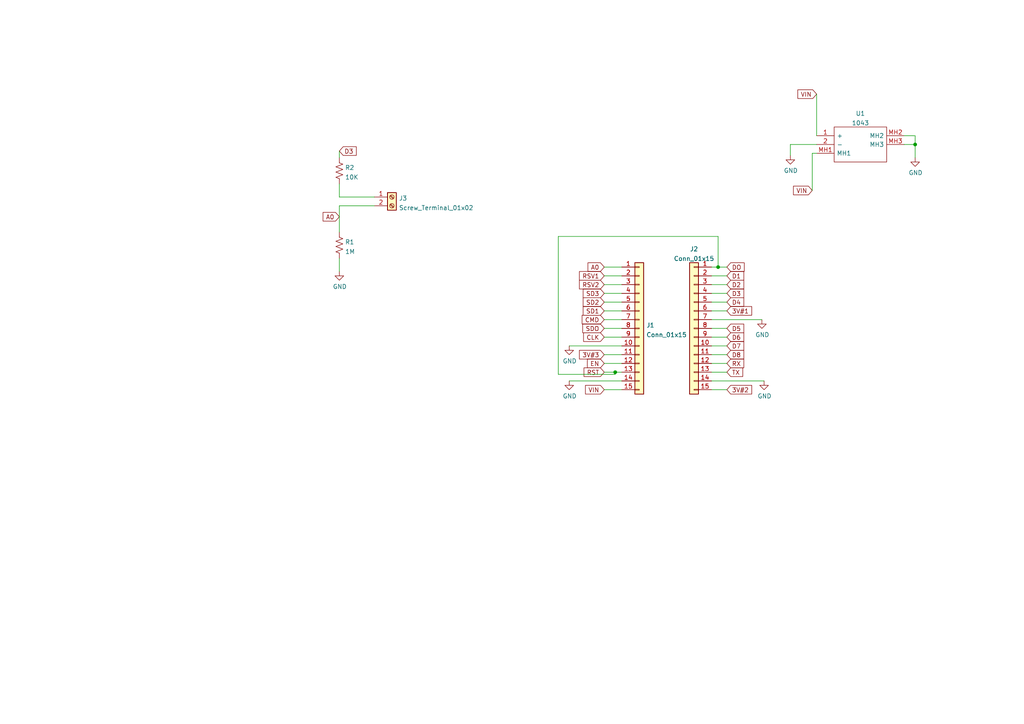
<source format=kicad_sch>
(kicad_sch (version 20211123) (generator eeschema)
  (paper "A4")
  (lib_symbols
    (symbol "Connector:Screw_Terminal_01x02" (pin_names (offset 1.016) hide)
      (property "Reference" "J" (at 0 2.54 0))
      (property "Value" "Screw_Terminal_01x02" (at 0 -5.08 0))
      (symbol "Screw_Terminal_01x02_1_1"
        (rectangle (start -1.27 1.27) (end 1.27 -3.81) (stroke (width 0.254)) (fill (type background)))
        (circle (center 0 -2.54) (radius 0.635) (stroke (width 0.1524)))
        (polyline (pts (xy -0.5334 -2.2098) (xy 0.3302 -3.048)) (stroke (width 0.1524)))
        (polyline (pts (xy -0.5334 0.3302) (xy 0.3302 -0.508)) (stroke (width 0.1524)))
        (polyline (pts (xy -0.3556 -2.032) (xy 0.508 -2.8702)) (stroke (width 0.1524)))
        (polyline (pts (xy -0.3556 0.508) (xy 0.508 -0.3302)) (stroke (width 0.1524)))
        (circle (center 0 0) (radius 0.635) (stroke (width 0.1524)))
        (pin passive line (at -5.08 0 0) (length 3.81) (name "Pin_1") (number "1"))
        (pin passive line (at -5.08 -2.54 0) (length 3.81) (name "Pin_2") (number "2"))
      )
    )
    (symbol "Connector_Generic:Conn_01x15" (pin_names (offset 1.016) hide)
      (property "Reference" "J" (at 0 20.32 0))
      (property "Value" "Conn_01x15" (at 0 -20.32 0))
      (symbol "Conn_01x15_1_1"
        (rectangle (start -1.27 -17.653) (end 0 -17.907) (stroke (width 0.1524)))
        (rectangle (start -1.27 -15.113) (end 0 -15.367) (stroke (width 0.1524)))
        (rectangle (start -1.27 -12.573) (end 0 -12.827) (stroke (width 0.1524)))
        (rectangle (start -1.27 -10.033) (end 0 -10.287) (stroke (width 0.1524)))
        (rectangle (start -1.27 -7.493) (end 0 -7.747) (stroke (width 0.1524)))
        (rectangle (start -1.27 -4.953) (end 0 -5.207) (stroke (width 0.1524)))
        (rectangle (start -1.27 -2.413) (end 0 -2.667) (stroke (width 0.1524)))
        (rectangle (start -1.27 0.127) (end 0 -0.127) (stroke (width 0.1524)))
        (rectangle (start -1.27 2.667) (end 0 2.413) (stroke (width 0.1524)))
        (rectangle (start -1.27 5.207) (end 0 4.953) (stroke (width 0.1524)))
        (rectangle (start -1.27 7.747) (end 0 7.493) (stroke (width 0.1524)))
        (rectangle (start -1.27 10.287) (end 0 10.033) (stroke (width 0.1524)))
        (rectangle (start -1.27 12.827) (end 0 12.573) (stroke (width 0.1524)))
        (rectangle (start -1.27 15.367) (end 0 15.113) (stroke (width 0.1524)))
        (rectangle (start -1.27 17.907) (end 0 17.653) (stroke (width 0.1524)))
        (rectangle (start -1.27 19.05) (end 1.27 -19.05) (stroke (width 0.254)) (fill (type background)))
        (pin passive line (at -5.08 17.78 0) (length 3.81) (name "Pin_1") (number "1"))
        (pin passive line (at -5.08 -5.08 0) (length 3.81) (name "Pin_10") (number "10"))
        (pin passive line (at -5.08 -7.62 0) (length 3.81) (name "Pin_11") (number "11"))
        (pin passive line (at -5.08 -10.16 0) (length 3.81) (name "Pin_12") (number "12"))
        (pin passive line (at -5.08 -12.7 0) (length 3.81) (name "Pin_13") (number "13"))
        (pin passive line (at -5.08 -15.24 0) (length 3.81) (name "Pin_14") (number "14"))
        (pin passive line (at -5.08 -17.78 0) (length 3.81) (name "Pin_15") (number "15"))
        (pin passive line (at -5.08 15.24 0) (length 3.81) (name "Pin_2") (number "2"))
        (pin passive line (at -5.08 12.7 0) (length 3.81) (name "Pin_3") (number "3"))
        (pin passive line (at -5.08 10.16 0) (length 3.81) (name "Pin_4") (number "4"))
        (pin passive line (at -5.08 7.62 0) (length 3.81) (name "Pin_5") (number "5"))
        (pin passive line (at -5.08 5.08 0) (length 3.81) (name "Pin_6") (number "6"))
        (pin passive line (at -5.08 2.54 0) (length 3.81) (name "Pin_7") (number "7"))
        (pin passive line (at -5.08 0 0) (length 3.81) (name "Pin_8") (number "8"))
        (pin passive line (at -5.08 -2.54 0) (length 3.81) (name "Pin_9") (number "9"))
      )
    )
    (symbol "Device:R_US" (pin_numbers hide) (pin_names (offset 0))
      (property "Reference" "R" (at 2.54 0 90))
      (property "Value" "R_US" (at -2.54 0 90))
      (symbol "R_US_0_1"
        (polyline (pts (xy 0 -2.286) (xy 0 -2.54)))
        (polyline (pts (xy 0 2.286) (xy 0 2.54)))
        (polyline (pts (xy 0 -0.762) (xy 1.016 -1.143) (xy 0 -1.524) (xy -1.016 -1.905) (xy 0 -2.286)))
        (polyline (pts (xy 0 0.762) (xy 1.016 0.381) (xy 0 0) (xy -1.016 -0.381) (xy 0 -0.762)))
        (polyline (pts (xy 0 2.286) (xy 1.016 1.905) (xy 0 1.524) (xy -1.016 1.143) (xy 0 0.762)))
      )
      (symbol "R_US_1_1"
        (pin passive line (at 0 3.81 270) (length 1.27) (name "~") (number "1"))
        (pin passive line (at 0 -3.81 90) (length 1.27) (name "~") (number "2"))
      )
    )
    (symbol "Samac_Sys:1043" (pin_names (offset 0.762))
      (property "Reference" "U" (at 21.59 7.62 0))
      (property "Value" "1043" (at 21.59 5.08 0))
      (symbol "1043_0_0"
        (pin passive line (at 0 0 0) (length 5.08) (name "+") (number "1"))
        (pin passive line (at 0 -2.54 0) (length 5.08) (name "-") (number "2"))
        (pin passive line (at 0 -5.08 0) (length 5.08) (name "MH1") (number "MH1"))
        (pin passive line (at 25.4 0 180) (length 5.08) (name "MH2") (number "MH2"))
        (pin passive line (at 25.4 -2.54 180) (length 5.08) (name "MH3") (number "MH3"))
      )
      (symbol "1043_0_1"
        (polyline (pts (xy 5.08 2.54) (xy 20.32 2.54) (xy 20.32 -7.62) (xy 5.08 -7.62) (xy 5.08 2.54)) (stroke (width 0.1524)))
      )
    )
    (symbol "power:GND" (power) (pin_names (offset 0))
      (property "Value" "GND" (at 0 -3.81 0))
      (symbol "GND_0_1"
        (polyline (pts (xy 0 0) (xy 0 -1.27) (xy 1.27 -1.27) (xy 0 -2.54) (xy -1.27 -1.27) (xy 0 -1.27)))
      )
      (symbol "GND_1_1"
        (pin power_in line (at 0 0 270) (length 0) hide (name "GND") (number "1"))
      )
    )
  )
  (junction (at 178.435 107.95))
  (junction (at 265.43 41.91))
  (junction (at 208.28 77.47))
  (wire (pts (xy 206.375 77.47) (xy 208.28 77.47)))
  (wire (pts (xy 208.28 68.58) (xy 161.925 68.58)))
  (wire (pts (xy 175.26 97.79) (xy 180.34 97.79)))
  (wire (pts (xy 178.435 108.585) (xy 178.435 107.95)))
  (wire (pts (xy 206.375 95.25) (xy 210.82 95.25)))
  (wire (pts (xy 206.375 87.63) (xy 210.82 87.63)))
  (wire (pts (xy 175.26 102.87) (xy 180.34 102.87)))
  (wire (pts (xy 98.425 59.69) (xy 98.425 67.31)))
  (wire (pts (xy 206.375 100.33) (xy 210.82 100.33)))
  (wire (pts (xy 175.26 82.55) (xy 180.34 82.55)))
  (wire (pts (xy 175.26 90.17) (xy 180.34 90.17)))
  (wire (pts (xy 206.375 102.87) (xy 210.82 102.87)))
  (wire (pts (xy 108.585 59.69) (xy 98.425 59.69)))
  (wire (pts (xy 175.26 105.41) (xy 180.34 105.41)))
  (wire (pts (xy 206.375 92.71) (xy 220.98 92.71)))
  (wire (pts (xy 265.43 41.91) (xy 265.43 45.72)))
  (wire (pts (xy 262.255 39.37) (xy 265.43 39.37)))
  (wire (pts (xy 236.855 27.305) (xy 236.855 39.37)))
  (wire (pts (xy 265.43 39.37) (xy 265.43 41.91)))
  (wire (pts (xy 236.855 44.45) (xy 235.585 44.45)))
  (wire (pts (xy 175.26 107.95) (xy 178.435 107.95)))
  (wire (pts (xy 161.925 68.58) (xy 161.925 108.585)))
  (wire (pts (xy 206.375 97.79) (xy 210.82 97.79)))
  (wire (pts (xy 98.425 43.815) (xy 98.425 45.72)))
  (wire (pts (xy 229.235 41.91) (xy 229.235 45.085)))
  (wire (pts (xy 206.375 107.95) (xy 210.82 107.95)))
  (wire (pts (xy 175.26 80.01) (xy 180.34 80.01)))
  (wire (pts (xy 178.435 107.95) (xy 180.34 107.95)))
  (wire (pts (xy 165.1 110.49) (xy 180.34 110.49)))
  (wire (pts (xy 175.26 113.03) (xy 180.34 113.03)))
  (wire (pts (xy 175.26 87.63) (xy 180.34 87.63)))
  (wire (pts (xy 98.425 74.93) (xy 98.425 78.74)))
  (wire (pts (xy 98.425 57.15) (xy 98.425 53.34)))
  (wire (pts (xy 175.26 95.25) (xy 180.34 95.25)))
  (wire (pts (xy 206.375 82.55) (xy 210.82 82.55)))
  (wire (pts (xy 165.1 100.33) (xy 180.34 100.33)))
  (wire (pts (xy 175.26 92.71) (xy 180.34 92.71)))
  (wire (pts (xy 206.375 80.01) (xy 210.82 80.01)))
  (wire (pts (xy 206.375 113.03) (xy 210.82 113.03)))
  (wire (pts (xy 206.375 90.17) (xy 210.82 90.17)))
  (wire (pts (xy 206.375 105.41) (xy 210.82 105.41)))
  (wire (pts (xy 208.28 77.47) (xy 208.28 68.58)))
  (wire (pts (xy 208.28 77.47) (xy 210.82 77.47)))
  (wire (pts (xy 262.255 41.91) (xy 265.43 41.91)))
  (wire (pts (xy 206.375 110.49) (xy 221.615 110.49)))
  (wire (pts (xy 108.585 57.15) (xy 98.425 57.15)))
  (wire (pts (xy 235.585 44.45) (xy 235.585 55.245)))
  (wire (pts (xy 206.375 85.09) (xy 210.82 85.09)))
  (wire (pts (xy 236.855 41.91) (xy 229.235 41.91)))
  (wire (pts (xy 175.26 85.09) (xy 180.34 85.09)))
  (wire (pts (xy 175.26 77.47) (xy 180.34 77.47)))
  (wire (pts (xy 161.925 108.585) (xy 178.435 108.585)))
  (global_label "SD3" (shape input) (at 175.26 85.09 180) (property "Intersheet References" "${INTERSHEET_REFS}" (effects hide)))
  (global_label "3V#3" (shape input) (at 175.26 102.87 180) (property "Intersheet References" "${INTERSHEET_REFS}" (effects hide)))
  (global_label "VIN" (shape input) (at 175.26 113.03 180) (property "Intersheet References" "${INTERSHEET_REFS}" (effects hide)))
  (global_label "RSV2" (shape input) (at 175.26 82.55 180) (property "Intersheet References" "${INTERSHEET_REFS}" (effects hide)))
  (global_label "3V#1" (shape input) (at 210.82 90.17 0) (property "Intersheet References" "${INTERSHEET_REFS}" (effects hide)))
  (global_label "DO" (shape input) (at 210.82 77.47 0) (property "Intersheet References" "${INTERSHEET_REFS}" (effects hide)))
  (global_label "SDO" (shape input) (at 175.26 95.25 180) (property "Intersheet References" "${INTERSHEET_REFS}" (effects hide)))
  (global_label "SD1" (shape input) (at 175.26 90.17 180) (property "Intersheet References" "${INTERSHEET_REFS}" (effects hide)))
  (global_label "D5" (shape input) (at 210.82 95.25 0) (property "Intersheet References" "${INTERSHEET_REFS}" (effects hide)))
  (global_label "D8" (shape input) (at 210.82 102.87 0) (property "Intersheet References" "${INTERSHEET_REFS}" (effects hide)))
  (global_label "D4" (shape input) (at 210.82 87.63 0) (property "Intersheet References" "${INTERSHEET_REFS}" (effects hide)))
  (global_label "D6" (shape input) (at 210.82 97.79 0) (property "Intersheet References" "${INTERSHEET_REFS}" (effects hide)))
  (global_label "RX" (shape input) (at 210.82 105.41 0) (property "Intersheet References" "${INTERSHEET_REFS}" (effects hide)))
  (global_label "VIN" (shape input) (at 235.585 55.245 180) (property "Intersheet References" "${INTERSHEET_REFS}" (effects hide)))
  (global_label "A0" (shape input) (at 175.26 77.47 180) (property "Intersheet References" "${INTERSHEET_REFS}" (effects hide)))
  (global_label "TX" (shape input) (at 210.82 107.95 0) (property "Intersheet References" "${INTERSHEET_REFS}" (effects hide)))
  (global_label "D3" (shape input) (at 98.425 43.815 0) (property "Intersheet References" "${INTERSHEET_REFS}" (effects hide)))
  (global_label "RST" (shape input) (at 175.26 107.95 180) (property "Intersheet References" "${INTERSHEET_REFS}" (effects hide)))
  (global_label "SD2" (shape input) (at 175.26 87.63 180) (property "Intersheet References" "${INTERSHEET_REFS}" (effects hide)))
  (global_label "3V#2" (shape input) (at 210.82 113.03 0) (property "Intersheet References" "${INTERSHEET_REFS}" (effects hide)))
  (global_label "EN" (shape input) (at 175.26 105.41 180) (property "Intersheet References" "${INTERSHEET_REFS}" (effects hide)))
  (global_label "D3" (shape input) (at 210.82 85.09 0) (property "Intersheet References" "${INTERSHEET_REFS}" (effects hide)))
  (global_label "D1" (shape input) (at 210.82 80.01 0) (property "Intersheet References" "${INTERSHEET_REFS}" (effects hide)))
  (global_label "VIN" (shape input) (at 236.855 27.305 180) (property "Intersheet References" "${INTERSHEET_REFS}" (effects hide)))
  (global_label "D7" (shape input) (at 210.82 100.33 0) (property "Intersheet References" "${INTERSHEET_REFS}" (effects hide)))
  (global_label "CMD" (shape input) (at 175.26 92.71 180) (property "Intersheet References" "${INTERSHEET_REFS}" (effects hide)))
  (global_label "D2" (shape input) (at 210.82 82.55 0) (property "Intersheet References" "${INTERSHEET_REFS}" (effects hide)))
  (global_label "A0" (shape input) (at 98.425 62.865 180) (property "Intersheet References" "${INTERSHEET_REFS}" (effects hide)))
  (global_label "RSV1" (shape input) (at 175.26 80.01 180) (property "Intersheet References" "${INTERSHEET_REFS}" (effects hide)))
  (global_label "CLK" (shape input) (at 175.26 97.79 180) (property "Intersheet References" "${INTERSHEET_REFS}" (effects hide)))
  (symbol (lib_id "power:GND") (at 98.425 78.74 0) (unit 1)
    (property "Reference" "#PWR01" (effects hide))
    (property "Value" "GND" (at 98.552 83.1342 0))
  )
  (symbol (lib_id "Connector:Screw_Terminal_01x02") (at 113.665 57.15 0) (unit 1)
    (property "Reference" "J3" (at 115.697 57.5115 0) (effects (justify left)))
    (property "Value" "Screw_Terminal_01x02" (at 115.697 60.2866 0) (effects (justify left)))
    (property "Footprint" "TerminalBlock_Phoenix:TerminalBlock_Phoenix_MKDS-1,5-2-5.08_1x02_P5.08mm_Horizontal" (effects hide))
  )
  (symbol (lib_id "Connector_Generic:Conn_01x15") (at 201.295 95.25 0) (mirror y) (unit 1)
    (property "Reference" "J2" (at 201.295 72.2335 0))
    (property "Value" "Conn_01x15" (at 201.295 75.0086 0))
    (property "Footprint" "Connector_PinHeader_2.54mm:PinHeader_1x15_P2.54mm_Vertical" (effects hide))
  )
  (symbol (lib_id "power:GND") (at 165.1 110.49 0) (unit 1)
    (property "Reference" "#PWR07" (effects hide))
    (property "Value" "GND" (at 165.227 114.8842 0))
  )
  (symbol (lib_id "Samac_Sys:1043") (at 236.855 39.37 0) (unit 1)
    (property "Reference" "U1" (at 249.555 32.9143 0))
    (property "Value" "1043" (at 249.555 35.6894 0))
    (property "Footprint" "SamacSys_Parts:1043" (effects hide))
    (property "Datasheet" "http://www.keyelco.com/product-pdf.cfm?p=919" (effects hide))
    (property "Description" "KEYSTONE - 1043 - BATTERY HOLDER, 18650, TH" (effects hide))
    (property "Height" "14.86" (effects hide))
    (property "Mouser Part Number" "534-1043" (effects hide))
    (property "Mouser Price/Stock" "https://www.mouser.co.uk/ProductDetail/Keystone-Electronics/1043?qs=%2F7TOpeL5Mz6j%2FnxeOA1rsg%3D%3D" (effects hide))
    (property "Manufacturer_Name" "Keystone Electronics" (effects hide))
    (property "Manufacturer_Part_Number" "1043" (effects hide))
  )
  (symbol (lib_id "power:GND") (at 265.43 45.72 0) (unit 1)
    (property "Reference" "#PWR02" (effects hide))
    (property "Value" "GND" (at 265.557 50.1142 0))
  )
  (symbol (lib_id "power:GND") (at 221.615 110.49 0) (unit 1)
    (property "Reference" "#PWR09" (effects hide))
    (property "Value" "GND" (at 221.742 114.8842 0))
  )
  (symbol (lib_id "Device:R_US") (at 98.425 49.53 0) (unit 1)
    (property "Reference" "R2" (at 100.076 48.6215 0) (effects (justify left)))
    (property "Value" "10K" (at 100.076 51.3966 0) (effects (justify left)))
    (property "Footprint" "Resistor_THT:R_Axial_DIN0207_L6.3mm_D2.5mm_P2.54mm_Vertical" (effects hide))
  )
  (symbol (lib_id "power:GND") (at 229.235 45.085 0) (unit 1)
    (property "Reference" "#PWR0101" (effects hide))
    (property "Value" "GND" (at 229.362 49.4792 0))
  )
  (symbol (lib_id "Connector_Generic:Conn_01x15") (at 185.42 95.25 0) (unit 1)
    (property "Reference" "J1" (at 187.452 94.3415 0) (effects (justify left)))
    (property "Value" "Conn_01x15" (at 187.452 97.1166 0) (effects (justify left)))
    (property "Footprint" "Connector_PinHeader_2.54mm:PinHeader_1x15_P2.54mm_Vertical" (effects hide))
  )
  (symbol (lib_id "power:GND") (at 165.1 100.33 0) (unit 1)
    (property "Reference" "#PWR06" (effects hide))
    (property "Value" "GND" (at 165.227 104.7242 0))
  )
  (symbol (lib_id "power:GND") (at 220.98 92.71 0) (unit 1)
    (property "Reference" "#PWR08" (effects hide))
    (property "Value" "GND" (at 221.107 97.1042 0))
  )
  (symbol (lib_id "Device:R_US") (at 98.425 71.12 0) (unit 1)
    (property "Reference" "R1" (at 100.076 70.2115 0) (effects (justify left)))
    (property "Value" "1M" (at 100.076 72.9866 0) (effects (justify left)))
    (property "Footprint" "Resistor_THT:R_Axial_DIN0207_L6.3mm_D2.5mm_P2.54mm_Vertical" (effects hide))
  )
)
</source>
